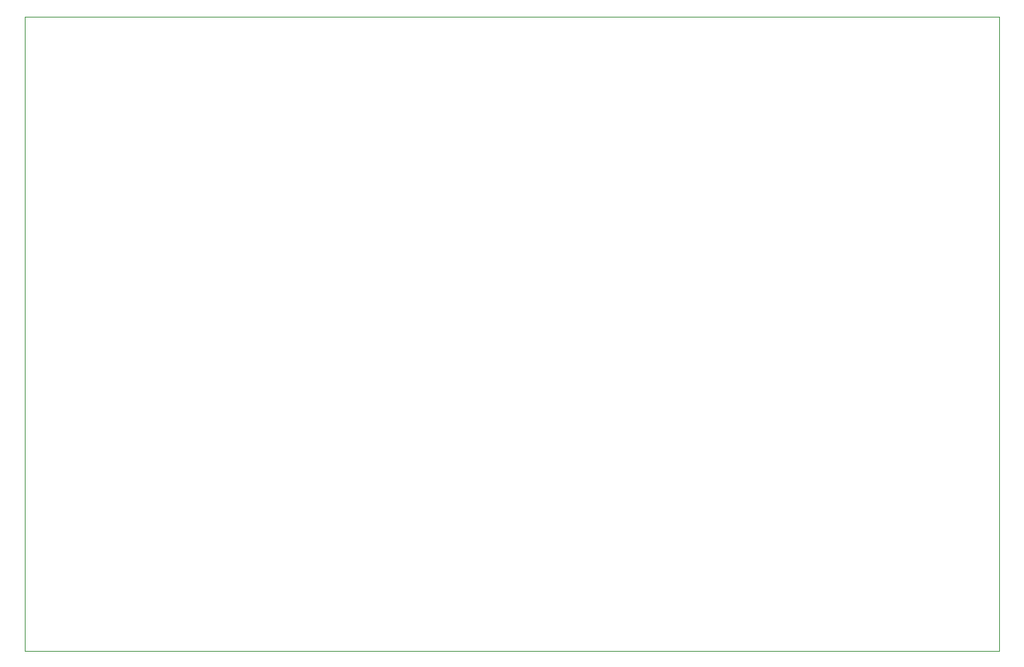
<source format=gbr>
%TF.GenerationSoftware,KiCad,Pcbnew,9.0.7*%
%TF.CreationDate,2026-02-02T16:44:15-03:00*%
%TF.ProjectId,Controlador PID,436f6e74-726f-46c6-9164-6f7220504944,rev?*%
%TF.SameCoordinates,Original*%
%TF.FileFunction,Profile,NP*%
%FSLAX46Y46*%
G04 Gerber Fmt 4.6, Leading zero omitted, Abs format (unit mm)*
G04 Created by KiCad (PCBNEW 9.0.7) date 2026-02-02 16:44:15*
%MOMM*%
%LPD*%
G01*
G04 APERTURE LIST*
%TA.AperFunction,Profile*%
%ADD10C,0.100000*%
%TD*%
G04 APERTURE END LIST*
D10*
X57150000Y-52070000D02*
X170180000Y-52070000D01*
X170180000Y-125730000D01*
X57150000Y-125730000D01*
X57150000Y-52070000D01*
M02*

</source>
